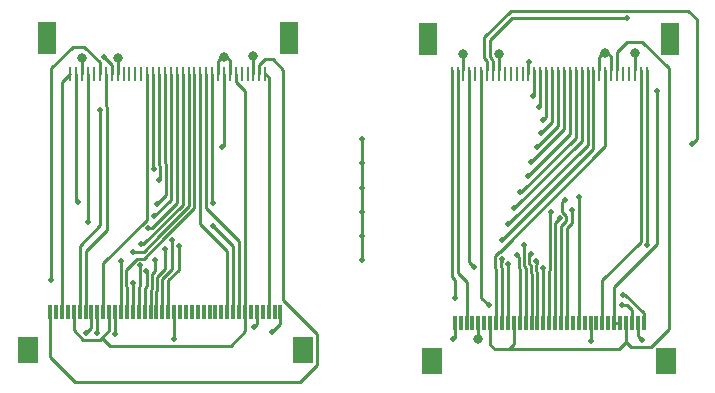
<source format=gbr>
%TF.GenerationSoftware,KiCad,Pcbnew,7.0.8-7.0.8~ubuntu22.04.1*%
%TF.CreationDate,2023-10-22T18:31:10+02:00*%
%TF.ProjectId,extension-cable,65787465-6e73-4696-9f6e-2d6361626c65,rev?*%
%TF.SameCoordinates,Original*%
%TF.FileFunction,Copper,L1,Top*%
%TF.FilePolarity,Positive*%
%FSLAX46Y46*%
G04 Gerber Fmt 4.6, Leading zero omitted, Abs format (unit mm)*
G04 Created by KiCad (PCBNEW 7.0.8-7.0.8~ubuntu22.04.1) date 2023-10-22 18:31:10*
%MOMM*%
%LPD*%
G01*
G04 APERTURE LIST*
%TA.AperFunction,SMDPad,CuDef*%
%ADD10R,0.300000X1.300000*%
%TD*%
%TA.AperFunction,SMDPad,CuDef*%
%ADD11R,1.800000X2.200000*%
%TD*%
%TA.AperFunction,SMDPad,CuDef*%
%ADD12R,1.600000X2.800000*%
%TD*%
%TA.AperFunction,SMDPad,CuDef*%
%ADD13R,0.250000X1.300000*%
%TD*%
%TA.AperFunction,ViaPad*%
%ADD14C,0.500000*%
%TD*%
%TA.AperFunction,ViaPad*%
%ADD15C,0.800000*%
%TD*%
%TA.AperFunction,Conductor*%
%ADD16C,0.250000*%
%TD*%
G04 APERTURE END LIST*
D10*
X117780000Y-90420000D03*
X118280000Y-90420000D03*
X118780000Y-90420000D03*
X119280000Y-90420000D03*
X119780000Y-90420000D03*
X120280000Y-90420000D03*
X120780000Y-90420000D03*
X121280000Y-90420000D03*
X121780000Y-90420000D03*
X122280000Y-90420000D03*
X122780000Y-90420000D03*
X123280000Y-90420000D03*
X123780000Y-90420000D03*
X124280000Y-90420000D03*
X124780000Y-90420000D03*
X125280000Y-90420000D03*
X125780000Y-90420000D03*
X126280000Y-90420000D03*
X126780000Y-90420000D03*
X127280000Y-90420000D03*
X127780000Y-90420000D03*
X128280000Y-90420000D03*
X128780000Y-90420000D03*
X129280000Y-90420000D03*
X129780000Y-90420000D03*
X130280000Y-90420000D03*
X130780000Y-90420000D03*
X131280000Y-90420000D03*
X131780000Y-90420000D03*
X132280000Y-90420000D03*
X132780000Y-90420000D03*
X133280000Y-90420000D03*
X133780000Y-90420000D03*
D11*
X115880000Y-93670000D03*
X135680000Y-93670000D03*
D12*
X103740000Y-66320000D03*
X83240000Y-66320000D03*
D13*
X101740000Y-69320000D03*
X101240000Y-69320000D03*
X100740000Y-69320000D03*
X100240000Y-69320000D03*
X99740000Y-69320000D03*
X99240000Y-69320000D03*
X98740000Y-69320000D03*
X98240000Y-69320000D03*
X97740000Y-69320000D03*
X97240000Y-69320000D03*
X96740000Y-69320000D03*
X96240000Y-69320000D03*
X95740000Y-69320000D03*
X95240000Y-69320000D03*
X94740000Y-69320000D03*
X94240000Y-69320000D03*
X93740000Y-69320000D03*
X93240000Y-69320000D03*
X92740000Y-69320000D03*
X92240000Y-69320000D03*
X91740000Y-69320000D03*
X91240000Y-69320000D03*
X90740000Y-69320000D03*
X90240000Y-69320000D03*
X89740000Y-69320000D03*
X89240000Y-69320000D03*
X88740000Y-69320000D03*
X88240000Y-69320000D03*
X87740000Y-69320000D03*
X87240000Y-69320000D03*
X86740000Y-69320000D03*
X86240000Y-69320000D03*
X85740000Y-69320000D03*
X85240000Y-69320000D03*
D10*
X83520000Y-89485000D03*
X84020000Y-89485000D03*
X84520000Y-89485000D03*
X85020000Y-89485000D03*
X85520000Y-89485000D03*
X86020000Y-89485000D03*
X86520000Y-89485000D03*
X87020000Y-89485000D03*
X87520000Y-89485000D03*
X88020000Y-89485000D03*
X88520000Y-89485000D03*
X89020000Y-89485000D03*
X89520000Y-89485000D03*
X90020000Y-89485000D03*
X90520000Y-89485000D03*
X91020000Y-89485000D03*
X91520000Y-89485000D03*
X92020000Y-89485000D03*
X92520000Y-89485000D03*
X93020000Y-89485000D03*
X93520000Y-89485000D03*
X94020000Y-89485000D03*
X94520000Y-89485000D03*
X95020000Y-89485000D03*
X95520000Y-89485000D03*
X96020000Y-89485000D03*
X96520000Y-89485000D03*
X97020000Y-89485000D03*
X97520000Y-89485000D03*
X98020000Y-89485000D03*
X98520000Y-89485000D03*
X99020000Y-89485000D03*
X99520000Y-89485000D03*
X100020000Y-89485000D03*
X100520000Y-89485000D03*
X101020000Y-89485000D03*
X101520000Y-89485000D03*
X102020000Y-89485000D03*
X102520000Y-89485000D03*
X103020000Y-89485000D03*
D11*
X81620000Y-92735000D03*
X104920000Y-92735000D03*
D12*
X136020000Y-66350000D03*
X115520000Y-66350000D03*
D13*
X134020000Y-69350000D03*
X133520000Y-69350000D03*
X133020000Y-69350000D03*
X132520000Y-69350000D03*
X132020000Y-69350000D03*
X131520000Y-69350000D03*
X131020000Y-69350000D03*
X130520000Y-69350000D03*
X130020000Y-69350000D03*
X129520000Y-69350000D03*
X129020000Y-69350000D03*
X128520000Y-69350000D03*
X128020000Y-69350000D03*
X127520000Y-69350000D03*
X127020000Y-69350000D03*
X126520000Y-69350000D03*
X126020000Y-69350000D03*
X125520000Y-69350000D03*
X125020000Y-69350000D03*
X124520000Y-69350000D03*
X124020000Y-69350000D03*
X123520000Y-69350000D03*
X123020000Y-69350000D03*
X122520000Y-69350000D03*
X122020000Y-69350000D03*
X121520000Y-69350000D03*
X121020000Y-69350000D03*
X120520000Y-69350000D03*
X120020000Y-69350000D03*
X119520000Y-69350000D03*
X119020000Y-69350000D03*
X118520000Y-69350000D03*
X118020000Y-69350000D03*
X117520000Y-69350000D03*
D14*
X109900000Y-74870000D03*
X109900000Y-76916000D03*
X109900000Y-78962000D03*
X109900000Y-85100000D03*
X109900000Y-83054000D03*
X109900000Y-81008000D03*
X117800000Y-88320000D03*
X85860000Y-80150000D03*
X100755000Y-90765000D03*
D15*
X119770000Y-91820000D03*
X118520000Y-67660000D03*
X89249829Y-67956895D03*
D14*
X94033948Y-91780000D03*
D15*
X133020000Y-67540000D03*
X100740000Y-67850000D03*
X130540000Y-67590000D03*
D14*
X89040000Y-91390000D03*
D15*
X98260000Y-67900000D03*
X121529829Y-67646895D03*
X86240000Y-67970000D03*
D14*
X87500000Y-91240000D03*
X89520000Y-85180000D03*
X98090000Y-75570000D03*
X97320000Y-82210000D03*
X97270000Y-80310000D03*
X90560000Y-84380000D03*
X90550000Y-87040000D03*
X91250000Y-83750000D03*
X91142198Y-85553987D03*
X91659983Y-86017590D03*
X91820000Y-82390000D03*
X92400000Y-85090000D03*
X92329909Y-81399910D03*
X93270000Y-84150000D03*
X92578807Y-80344909D03*
X93840000Y-83390000D03*
X92720000Y-78320000D03*
X92290000Y-77400000D03*
X94410000Y-83910000D03*
X87740000Y-72390000D03*
X88060000Y-67870000D03*
X86580000Y-91260000D03*
X83600000Y-86770000D03*
X102310000Y-91210000D03*
X86740000Y-81861834D03*
X117630000Y-91820000D03*
X134040000Y-83830000D03*
X121740000Y-83440000D03*
X121750000Y-84990000D03*
X122290000Y-85450000D03*
X122330000Y-82030000D03*
X122820000Y-80710000D03*
X123075000Y-84690070D03*
X123645000Y-83840000D03*
X123266382Y-79373996D03*
X124215000Y-84550000D03*
X123956404Y-77977493D03*
X124250000Y-76810000D03*
X124660000Y-85190000D03*
X125240000Y-85770000D03*
X124710000Y-75530000D03*
X125910000Y-81070000D03*
X125050000Y-74380000D03*
X125281949Y-73248051D03*
X126656252Y-81568319D03*
X127090000Y-80040000D03*
X124926949Y-72113051D03*
X127680000Y-80860000D03*
X124440000Y-71210000D03*
X128300000Y-79790000D03*
X124030000Y-68340000D03*
X129280000Y-91930000D03*
X134910000Y-70790000D03*
X132380000Y-64650000D03*
X120640000Y-88940000D03*
X131900000Y-88930000D03*
X133620000Y-91910000D03*
X137850000Y-75260000D03*
X132030000Y-88020000D03*
X119380000Y-85650000D03*
D16*
X109900000Y-83054000D02*
X109900000Y-85100000D01*
X109900000Y-81008000D02*
X109900000Y-83054000D01*
X109900000Y-78962000D02*
X109900000Y-81008000D01*
X109900000Y-76916000D02*
X109900000Y-78962000D01*
X109900000Y-74870000D02*
X109900000Y-76916000D01*
X117800000Y-88320000D02*
X117800000Y-86830000D01*
X117800000Y-86830000D02*
X117520000Y-86550000D01*
X117520000Y-86550000D02*
X117520000Y-69010000D01*
X102020000Y-89485000D02*
X102020000Y-69600000D01*
X102020000Y-69600000D02*
X101740000Y-69320000D01*
X85740000Y-69320000D02*
X85740000Y-80030000D01*
X101020000Y-90500000D02*
X101020000Y-89485000D01*
X85740000Y-80030000D02*
X85860000Y-80150000D01*
X100755000Y-90765000D02*
X101020000Y-90500000D01*
X119780000Y-90400000D02*
X119780000Y-91810000D01*
X89240000Y-67966724D02*
X89249829Y-67956895D01*
X89020000Y-89485000D02*
X89020000Y-91370000D01*
X119780000Y-91810000D02*
X119770000Y-91820000D01*
X130020000Y-69010000D02*
X130020000Y-67930000D01*
X98260000Y-67900000D02*
X98450000Y-67900000D01*
X130540000Y-67590000D02*
X130730000Y-67590000D01*
X131020000Y-69010000D02*
X131020000Y-67880000D01*
X98740000Y-69320000D02*
X98740000Y-68190000D01*
X121520000Y-69010000D02*
X121520000Y-67656724D01*
X89020000Y-91370000D02*
X89040000Y-91390000D01*
X98080000Y-67900000D02*
X98260000Y-67900000D01*
X130020000Y-67930000D02*
X130360000Y-67590000D01*
X130360000Y-67590000D02*
X130540000Y-67590000D01*
X100740000Y-69320000D02*
X100740000Y-67850000D01*
X97740000Y-69320000D02*
X97740000Y-68240000D01*
X87520000Y-91220000D02*
X87500000Y-91240000D01*
X119751999Y-90533097D02*
X119752002Y-90533100D01*
X94020000Y-89485000D02*
X94020000Y-91766052D01*
X94020000Y-91766052D02*
X94033948Y-91780000D01*
X97740000Y-68240000D02*
X98080000Y-67900000D01*
X86240000Y-69320000D02*
X86240000Y-67970000D01*
X121520000Y-67656724D02*
X121529829Y-67646895D01*
X89240000Y-69320000D02*
X89240000Y-67966724D01*
X118520000Y-69010000D02*
X118520000Y-67660000D01*
X87520000Y-89485000D02*
X87520000Y-91220000D01*
X131020000Y-67880000D02*
X130730000Y-67590000D01*
X98740000Y-68190000D02*
X98450000Y-67900000D01*
X133020000Y-69010000D02*
X133020000Y-67540000D01*
X100020000Y-91140000D02*
X98810000Y-92350000D01*
X88520000Y-91030000D02*
X88520000Y-89485000D01*
X86343898Y-91830000D02*
X87720000Y-91830000D01*
X100020000Y-70827548D02*
X99240000Y-70047548D01*
X87720000Y-91830000D02*
X87890000Y-91660000D01*
X85520000Y-89485000D02*
X85520000Y-91006102D01*
X98810000Y-92350000D02*
X88580000Y-92350000D01*
X100020000Y-89485000D02*
X100020000Y-91140000D01*
X87890000Y-91660000D02*
X88520000Y-91030000D01*
X85520000Y-91006102D02*
X86343898Y-91830000D01*
X99240000Y-70047548D02*
X99240000Y-69320000D01*
X100020000Y-89485000D02*
X100020000Y-70827548D01*
X88580000Y-92350000D02*
X87890000Y-91660000D01*
X98240000Y-69320000D02*
X98240000Y-75420000D01*
X89520000Y-89485000D02*
X89520000Y-85180000D01*
X98240000Y-75420000D02*
X98090000Y-75570000D01*
X97240000Y-80280000D02*
X97270000Y-80310000D01*
X99020000Y-83910000D02*
X97320000Y-82210000D01*
X99020000Y-89485000D02*
X99020000Y-83910000D01*
X97240000Y-69320000D02*
X97240000Y-80280000D01*
X96740000Y-69320000D02*
X96700000Y-69360000D01*
X96700000Y-80680000D02*
X99520000Y-83500000D01*
X96700000Y-69360000D02*
X96700000Y-80680000D01*
X99520000Y-83500000D02*
X99520000Y-89485000D01*
X96240000Y-69320000D02*
X96240000Y-82090000D01*
X96240000Y-82090000D02*
X98520000Y-84370000D01*
X98520000Y-84370000D02*
X98520000Y-89485000D01*
X93270000Y-83153898D02*
X93270000Y-83183898D01*
X89980000Y-87306102D02*
X90020000Y-87346102D01*
X89980000Y-85910083D02*
X89980000Y-87306102D01*
X95740000Y-80683898D02*
X93270000Y-83153898D01*
X95740000Y-69320000D02*
X95740000Y-80683898D01*
X90020000Y-87346102D02*
X90020000Y-89485000D01*
X90906096Y-84983987D02*
X89980000Y-85910083D01*
X93270000Y-83183898D02*
X91469911Y-84983987D01*
X91469911Y-84983987D02*
X90906096Y-84983987D01*
X92825000Y-82969573D02*
X92825000Y-82999573D01*
X90550000Y-87040000D02*
X90550000Y-89455000D01*
X90550000Y-89455000D02*
X90520000Y-89485000D01*
X92825000Y-82999573D02*
X91444573Y-84380000D01*
X91444573Y-84380000D02*
X90560000Y-84380000D01*
X95240000Y-69320000D02*
X95240000Y-80554573D01*
X95240000Y-80554573D02*
X92825000Y-82969573D01*
X91130000Y-86293709D02*
X91089983Y-86253692D01*
X91020000Y-89485000D02*
X91020000Y-87371349D01*
X91089983Y-85781488D02*
X91142198Y-85729273D01*
X94740000Y-69320000D02*
X94740000Y-80425249D01*
X94740000Y-80425249D02*
X91415249Y-83750000D01*
X91142198Y-85729273D02*
X91142198Y-85553987D01*
X91020000Y-87371349D02*
X91130000Y-87261349D01*
X91130000Y-87261349D02*
X91130000Y-86293709D01*
X91089983Y-86253692D02*
X91089983Y-85781488D01*
X91415249Y-83750000D02*
X91250000Y-83750000D01*
X94240000Y-69320000D02*
X94240000Y-80295924D01*
X94240000Y-80295924D02*
X92145924Y-82390000D01*
X91520000Y-87480000D02*
X91685000Y-87315000D01*
X92145924Y-82390000D02*
X91820000Y-82390000D01*
X91685000Y-86042607D02*
X91659983Y-86017590D01*
X91520000Y-89485000D02*
X91520000Y-87480000D01*
X91685000Y-87315000D02*
X91685000Y-86042607D01*
X92145000Y-86327022D02*
X92145000Y-86317022D01*
X92020000Y-89485000D02*
X92020000Y-87621349D01*
X93750000Y-79979819D02*
X92329909Y-81399910D01*
X93740000Y-69320000D02*
X93750000Y-69330000D01*
X92400000Y-86062023D02*
X92400000Y-85090000D01*
X92020000Y-87621349D02*
X92130000Y-87511349D01*
X92145000Y-86317022D02*
X92400000Y-86062023D01*
X92130000Y-86342022D02*
X92145000Y-86327022D01*
X93750000Y-69330000D02*
X93750000Y-79979819D01*
X92130000Y-87511349D02*
X92130000Y-86342022D01*
X92575000Y-86526348D02*
X92590000Y-86511348D01*
X92575000Y-87695674D02*
X92575000Y-86526348D01*
X93305000Y-76969573D02*
X93305000Y-79618716D01*
X92590000Y-86501348D02*
X93270000Y-85821348D01*
X92520000Y-87750674D02*
X92575000Y-87695674D01*
X92590000Y-86511348D02*
X92590000Y-86501348D01*
X93240000Y-76904573D02*
X93305000Y-76969573D01*
X92520000Y-89485000D02*
X92520000Y-87750674D01*
X93240000Y-69320000D02*
X93240000Y-76904573D01*
X93270000Y-85821348D02*
X93270000Y-84150000D01*
X93305000Y-79618716D02*
X92578807Y-80344909D01*
X92860000Y-77153898D02*
X92860000Y-78180000D01*
X93020000Y-89485000D02*
X93020000Y-86700674D01*
X93840000Y-85880674D02*
X93840000Y-83390000D01*
X92740000Y-77033898D02*
X92860000Y-77153898D01*
X93020000Y-86700674D02*
X93840000Y-85880674D01*
X92860000Y-78180000D02*
X92720000Y-78320000D01*
X92740000Y-69320000D02*
X92740000Y-77033898D01*
X94410000Y-85940000D02*
X93520000Y-86830000D01*
X92240000Y-69320000D02*
X92240000Y-77350000D01*
X93520000Y-86830000D02*
X93520000Y-89485000D01*
X94410000Y-83910000D02*
X94410000Y-85940000D01*
X92240000Y-77350000D02*
X92290000Y-77400000D01*
X91690000Y-69370000D02*
X91740000Y-69320000D01*
X88020000Y-85383898D02*
X91690000Y-81713898D01*
X88020000Y-89485000D02*
X88020000Y-85383898D01*
X91690000Y-81713898D02*
X91690000Y-69370000D01*
X84520000Y-70040000D02*
X85240000Y-69320000D01*
X84520000Y-89485000D02*
X84520000Y-70040000D01*
X83520000Y-93310000D02*
X85650000Y-95440000D01*
X85650000Y-95440000D02*
X104667548Y-95440000D01*
X106140000Y-93967548D02*
X106140000Y-91352452D01*
X102370000Y-68120000D02*
X101712452Y-68120000D01*
X103280000Y-88492452D02*
X103280000Y-69030000D01*
X83520000Y-89485000D02*
X83520000Y-93310000D01*
X101240000Y-68592452D02*
X101240000Y-69320000D01*
X106140000Y-91352452D02*
X103280000Y-88492452D01*
X104667548Y-95440000D02*
X106140000Y-93967548D01*
X101712452Y-68120000D02*
X101240000Y-68592452D01*
X103280000Y-69030000D02*
X102370000Y-68120000D01*
X86020000Y-83880000D02*
X87740000Y-82160000D01*
X86020000Y-89485000D02*
X86020000Y-83880000D01*
X87740000Y-82160000D02*
X87740000Y-72390000D01*
X88060000Y-67870000D02*
X88740000Y-68550000D01*
X88740000Y-68550000D02*
X88740000Y-69320000D01*
X86423898Y-67040000D02*
X86292452Y-67040000D01*
X86580000Y-91260000D02*
X87020000Y-90820000D01*
X85430000Y-67040000D02*
X83600000Y-68870000D01*
X83600000Y-68870000D02*
X83600000Y-86770000D01*
X86292452Y-67040000D02*
X85430000Y-67040000D01*
X87740000Y-68356102D02*
X86423898Y-67040000D01*
X87020000Y-90820000D02*
X87020000Y-89485000D01*
X87740000Y-69320000D02*
X87740000Y-68356102D01*
X88240000Y-72083898D02*
X88310000Y-72153898D01*
X86520000Y-84330000D02*
X86520000Y-89485000D01*
X88240000Y-69320000D02*
X88240000Y-72083898D01*
X88310000Y-82540000D02*
X86520000Y-84330000D01*
X88310000Y-72153898D02*
X88310000Y-82540000D01*
X102310000Y-91210000D02*
X103020000Y-90500000D01*
X103020000Y-90500000D02*
X103020000Y-89485000D01*
X86740000Y-69320000D02*
X86740000Y-81861834D01*
X134020000Y-69010000D02*
X134020000Y-83810000D01*
X134020000Y-83810000D02*
X134030000Y-83820000D01*
X117780000Y-91670000D02*
X117630000Y-91820000D01*
X117751998Y-90533097D02*
X117752001Y-90533100D01*
X117780000Y-90400000D02*
X117780000Y-91670000D01*
X118020000Y-86240000D02*
X118780000Y-87000000D01*
X118020000Y-69010000D02*
X118020000Y-86240000D01*
X118780000Y-87000000D02*
X118780000Y-90400000D01*
X122340000Y-92660000D02*
X121160000Y-92660000D01*
X122751998Y-90533097D02*
X122752001Y-90533100D01*
X120780000Y-90400000D02*
X120780000Y-92280000D01*
X135880000Y-68862548D02*
X135880000Y-90970000D01*
X122780000Y-90400000D02*
X122780000Y-92220000D01*
X131520000Y-67460000D02*
X132380000Y-66600000D01*
X132720000Y-92480000D02*
X132280000Y-92040000D01*
X131520000Y-69010000D02*
X131520000Y-67460000D01*
X132380000Y-66600000D02*
X133617452Y-66600000D01*
X134370000Y-92480000D02*
X132720000Y-92480000D01*
X135880000Y-90970000D02*
X134370000Y-92480000D01*
X120780000Y-92280000D02*
X121160000Y-92660000D01*
X132280000Y-92040000D02*
X132280000Y-90400000D01*
X133617452Y-66600000D02*
X135880000Y-68862548D01*
X131660000Y-92660000D02*
X132280000Y-92040000D01*
X122340000Y-92660000D02*
X131660000Y-92660000D01*
X122780000Y-92220000D02*
X122340000Y-92660000D01*
X121583898Y-84420000D02*
X121513898Y-84420000D01*
X121280000Y-85875428D02*
X121280000Y-90400000D01*
X121251999Y-90533098D02*
X121252001Y-90533100D01*
X121180000Y-85775428D02*
X121280000Y-85875428D01*
X130520000Y-69010000D02*
X130520000Y-75483898D01*
X121513898Y-84420000D02*
X121180000Y-84753898D01*
X130520000Y-75483898D02*
X121583898Y-84420000D01*
X121180000Y-84753898D02*
X121180000Y-85775428D01*
X121780000Y-85746102D02*
X121720000Y-85686102D01*
X129520000Y-69010000D02*
X129520000Y-75660000D01*
X121720000Y-85213898D02*
X121730000Y-85203898D01*
X121780000Y-90400000D02*
X121780000Y-85746102D01*
X129520000Y-75660000D02*
X121740000Y-83440000D01*
X121750000Y-84990000D02*
X121750000Y-85245000D01*
X121720000Y-85686102D02*
X121720000Y-85213898D01*
X121750000Y-85245000D02*
X121755000Y-85250000D01*
X121730000Y-85203898D02*
X121730000Y-85050000D01*
X121730000Y-85050000D02*
X121755000Y-85025000D01*
X122280000Y-85350000D02*
X122280000Y-90400000D01*
X129020000Y-69010000D02*
X129020000Y-75340000D01*
X129020000Y-75340000D02*
X122330000Y-82030000D01*
X122251999Y-90533097D02*
X122252002Y-90533100D01*
X123200000Y-84815070D02*
X123075000Y-84690070D01*
X123280000Y-85874752D02*
X123199999Y-85794750D01*
X123280000Y-90400000D02*
X123280000Y-85874752D01*
X128520000Y-75010000D02*
X122820000Y-80710000D01*
X128520000Y-69010000D02*
X128520000Y-75010000D01*
X123199999Y-85794750D02*
X123200000Y-84815070D01*
X128020000Y-74764203D02*
X123410207Y-79373996D01*
X128020000Y-69010000D02*
X128020000Y-74764203D01*
X123780000Y-85745428D02*
X123645000Y-85610427D01*
X123780000Y-90400000D02*
X123780000Y-85745428D01*
X123410207Y-79373996D02*
X123266382Y-79373996D01*
X123645000Y-85610427D02*
X123645000Y-83840000D01*
X123751999Y-90533098D02*
X123752001Y-90533100D01*
X127520000Y-69010000D02*
X127520000Y-74413897D01*
X127520000Y-74413897D02*
X123956404Y-77977493D01*
X124090000Y-85426102D02*
X124090000Y-84675000D01*
X124225000Y-86190427D02*
X124225000Y-85561102D01*
X124280000Y-90400000D02*
X124280000Y-86245428D01*
X124090000Y-84675000D02*
X124215000Y-84550000D01*
X124280000Y-86245428D02*
X124225000Y-86190427D01*
X124225000Y-85561102D02*
X124090000Y-85426102D01*
X127020000Y-69010000D02*
X127020000Y-74040000D01*
X124751999Y-90533097D02*
X124752002Y-90533100D01*
X124780000Y-85423898D02*
X124780000Y-85310000D01*
X127020000Y-74040000D02*
X124250000Y-76810000D01*
X124670000Y-86006102D02*
X124670000Y-85533898D01*
X124670000Y-85533898D02*
X124780000Y-85423898D01*
X124780000Y-85310000D02*
X124660000Y-85190000D01*
X124780000Y-86116102D02*
X124670000Y-86006102D01*
X124780000Y-90400000D02*
X124780000Y-86116102D01*
X126520000Y-73720000D02*
X124710000Y-75530000D01*
X126520000Y-69010000D02*
X126520000Y-73720000D01*
X125240000Y-87132463D02*
X125280000Y-87172463D01*
X125240000Y-85770000D02*
X125240000Y-87132463D01*
X125251998Y-90533097D02*
X125252001Y-90533100D01*
X125280000Y-90400000D02*
X125280000Y-87172463D01*
X125835000Y-81145000D02*
X125835000Y-85955675D01*
X125835000Y-85955675D02*
X125780000Y-86010675D01*
X125910000Y-81070000D02*
X125835000Y-81145000D01*
X126020000Y-69010000D02*
X126020000Y-73410000D01*
X126020000Y-73410000D02*
X125050000Y-74380000D01*
X125780000Y-86010675D02*
X125780000Y-90400000D01*
X125520000Y-73010000D02*
X125281949Y-73248051D01*
X126280000Y-90400000D02*
X126280000Y-81944571D01*
X126251999Y-90533097D02*
X126252002Y-90533100D01*
X126280000Y-81944571D02*
X126656252Y-81568319D01*
X125520000Y-69010000D02*
X125520000Y-73010000D01*
X125020000Y-72020000D02*
X124926949Y-72113051D01*
X127090000Y-80040000D02*
X126902355Y-80227645D01*
X125020000Y-69010000D02*
X125020000Y-72020000D01*
X126902355Y-80227645D02*
X126902355Y-81008320D01*
X127226252Y-81332217D02*
X127226252Y-81804422D01*
X126751998Y-90533097D02*
X126752001Y-90533100D01*
X127226252Y-81804422D02*
X126780000Y-82250674D01*
X126780000Y-82250674D02*
X126780000Y-90400000D01*
X126902355Y-81008320D02*
X127226252Y-81332217D01*
X124525000Y-71125000D02*
X124440000Y-71210000D01*
X124520000Y-69010000D02*
X124525000Y-69015000D01*
X127280000Y-90400000D02*
X127280000Y-82400000D01*
X127280000Y-82400000D02*
X127680000Y-82000000D01*
X124525000Y-69015000D02*
X124525000Y-71125000D01*
X127680000Y-82000000D02*
X127680000Y-80860000D01*
X128280000Y-79810000D02*
X128300000Y-79790000D01*
X124020000Y-68350000D02*
X124030000Y-68340000D01*
X124020000Y-69350000D02*
X124020000Y-68350000D01*
X128280000Y-90400000D02*
X128280000Y-79810000D01*
X129251998Y-90533097D02*
X129252001Y-90533100D01*
X129280000Y-90400000D02*
X129280000Y-91930000D01*
X130280000Y-86827537D02*
X133520000Y-83587537D01*
X130251999Y-90533098D02*
X130252001Y-90533100D01*
X133520000Y-83587537D02*
X133520000Y-69010000D01*
X130280000Y-90400000D02*
X130280000Y-86827537D01*
X121020000Y-68275380D02*
X121020000Y-69010000D01*
X120800000Y-67918984D02*
X120920000Y-68038984D01*
X131280000Y-87396102D02*
X134910000Y-83766102D01*
X131280000Y-90400000D02*
X131280000Y-87396102D01*
X120920000Y-68038984D02*
X120920000Y-68175380D01*
X131251999Y-90533097D02*
X131252002Y-90533100D01*
X122660000Y-64650000D02*
X132380000Y-64650000D01*
X131751998Y-90533097D02*
X131752001Y-90533100D01*
X134910000Y-83766102D02*
X134910000Y-70790000D01*
X120920000Y-68175380D02*
X121020000Y-68275380D01*
X120800000Y-67918984D02*
X120800000Y-66510000D01*
X131780000Y-90400000D02*
X131280000Y-90400000D01*
X120800000Y-66510000D02*
X122660000Y-64650000D01*
X120020000Y-88320000D02*
X120640000Y-88940000D01*
X120020000Y-69010000D02*
X120020000Y-88320000D01*
X132780000Y-89350000D02*
X132360000Y-88930000D01*
X132751999Y-90533098D02*
X132752001Y-90533100D01*
X132780000Y-89350000D02*
X132780000Y-90400000D01*
X132360000Y-88930000D02*
X131900000Y-88930000D01*
X120270000Y-66233898D02*
X122501949Y-64001949D01*
X133280000Y-91570000D02*
X133620000Y-91910000D01*
X133280000Y-91570000D02*
X133280000Y-90400000D01*
X120520000Y-69010000D02*
X120470000Y-68960000D01*
X120470000Y-68960000D02*
X120470000Y-68225380D01*
X138270000Y-74840000D02*
X137850000Y-75260000D01*
X120470000Y-68225380D02*
X120270000Y-68025380D01*
X138270000Y-64720000D02*
X138270000Y-74840000D01*
X122501949Y-64001949D02*
X137551949Y-64001949D01*
X120270000Y-68025380D02*
X120270000Y-66233898D01*
X137551949Y-64001949D02*
X138270000Y-64720000D01*
X119020000Y-85290000D02*
X119380000Y-85650000D01*
X133780000Y-90400000D02*
X133780000Y-89607537D01*
X119020000Y-83220000D02*
X119020000Y-69010000D01*
X133751999Y-90533097D02*
X133752002Y-90533100D01*
X132192463Y-88020000D02*
X132030000Y-88020000D01*
X133780000Y-89607537D02*
X132192463Y-88020000D01*
X119020000Y-83220000D02*
X119020000Y-85290000D01*
M02*

</source>
